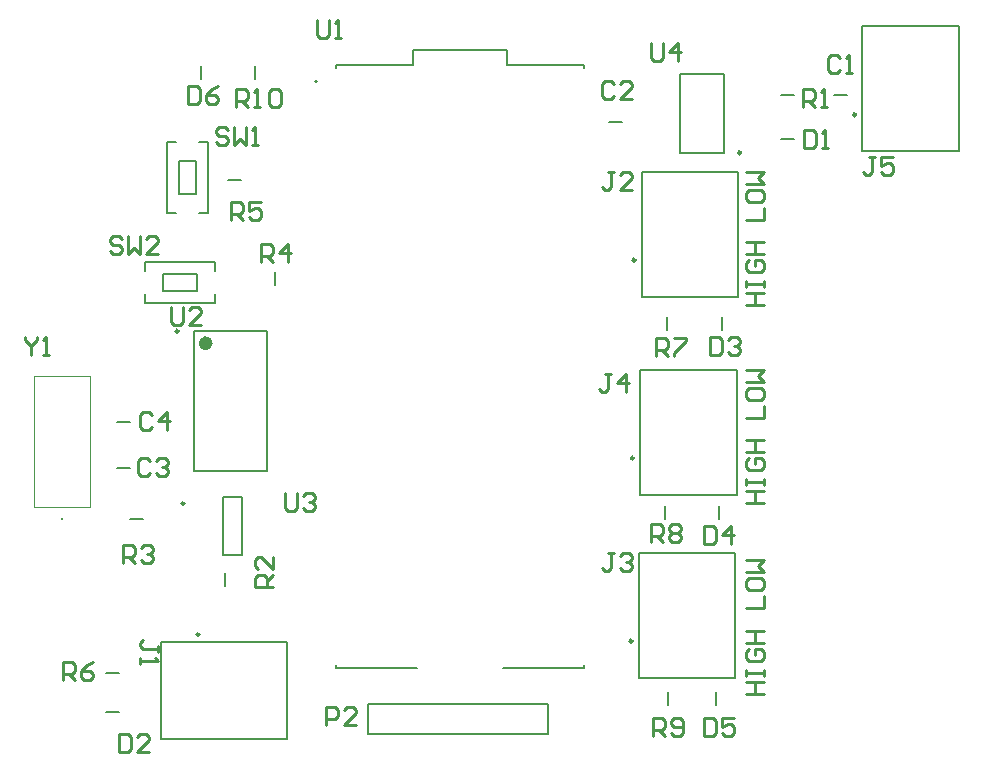
<source format=gto>
G04*
G04 #@! TF.GenerationSoftware,Altium Limited,Altium Designer,22.5.1 (42)*
G04*
G04 Layer_Color=65535*
%FSLAX25Y25*%
%MOIN*%
G70*
G04*
G04 #@! TF.SameCoordinates,2259C19E-8C9C-4015-8B10-9D1C86A6F0C8*
G04*
G04*
G04 #@! TF.FilePolarity,Positive*
G04*
G01*
G75*
%ADD10C,0.00787*%
%ADD11C,0.00984*%
%ADD12C,0.02362*%
%ADD13C,0.00500*%
%ADD14C,0.00394*%
%ADD15C,0.01000*%
D10*
X315201Y404500D02*
G03*
X315201Y404500I-394J0D01*
G01*
X230166Y258465D02*
G03*
X230166Y258858I0J197D01*
G01*
D02*
G03*
X230166Y258465I0J-197D01*
G01*
D02*
G03*
X230166Y258858I0J197D01*
G01*
X496858Y381295D02*
X529142D01*
X496858D02*
Y423028D01*
X529142D01*
Y381295D02*
Y423028D01*
X274079Y274772D02*
X298488D01*
X274079Y321228D02*
X298488D01*
Y274772D02*
Y321228D01*
X274079Y274772D02*
Y321228D01*
X301000Y336835D02*
Y341165D01*
X449150Y258835D02*
Y263165D01*
X431150Y258835D02*
Y263165D01*
X284500Y236335D02*
Y240665D01*
X423358Y332795D02*
X455642D01*
X423358D02*
Y374528D01*
X455642D01*
Y332795D02*
Y374528D01*
X432000Y196835D02*
Y201165D01*
X448000Y196835D02*
Y201165D01*
X422358Y205795D02*
X454642D01*
X422358D02*
Y247528D01*
X454642D01*
Y205795D02*
Y247528D01*
X283933Y246854D02*
Y266146D01*
Y246854D02*
X290067D01*
Y266146D01*
X283933D02*
X290067D01*
X252835Y258650D02*
X257165D01*
X431850Y321835D02*
Y326165D01*
X450000Y321835D02*
Y326165D01*
X422858Y266795D02*
X455142D01*
X422858D02*
Y308528D01*
X455142D01*
Y266795D02*
Y308528D01*
X244835Y207500D02*
X249165D01*
X244835Y194350D02*
X249165D01*
X263295Y185358D02*
Y217642D01*
X305028D01*
Y185358D02*
Y217642D01*
X263295Y185358D02*
X305028D01*
X332000Y187000D02*
Y197000D01*
X392000Y187000D02*
Y197000D01*
X332000Y187000D02*
X392000D01*
X332000Y197000D02*
X392000D01*
X248335Y275850D02*
X252665D01*
X248335Y291150D02*
X252665D01*
X294350Y405335D02*
Y409665D01*
X276500Y405335D02*
Y409665D01*
X285335Y371850D02*
X289665D01*
X412335Y391000D02*
X416665D01*
X436216Y407189D02*
X450783D01*
X436216Y380811D02*
X450783D01*
X436216D02*
Y407189D01*
X450783Y380811D02*
Y407189D01*
X487335Y400000D02*
X491665D01*
X469835Y385350D02*
X474165D01*
X469835Y400150D02*
X474165D01*
D11*
X494791Y393500D02*
G03*
X494791Y393500I-492J0D01*
G01*
X269059Y321346D02*
G03*
X269059Y321346I-492J0D01*
G01*
X421291Y345000D02*
G03*
X421291Y345000I-492J0D01*
G01*
X420291Y218000D02*
G03*
X420291Y218000I-492J0D01*
G01*
X270944Y263902D02*
G03*
X270944Y263902I-492J0D01*
G01*
X420791Y279000D02*
G03*
X420791Y279000I-492J0D01*
G01*
X275992Y220201D02*
G03*
X275992Y220201I-492J0D01*
G01*
X456492Y380811D02*
G03*
X456492Y380811I-492J0D01*
G01*
D12*
X279197Y317291D02*
G03*
X279197Y317291I-1181J0D01*
G01*
D13*
X378547Y409894D02*
X404138D01*
X378547D02*
Y415012D01*
X347051D02*
X378547D01*
X347051Y409894D02*
Y415012D01*
X321461Y409894D02*
X347051D01*
X377209Y209106D02*
X404138D01*
X321461D02*
X348390D01*
X404138D02*
Y210090D01*
Y408910D02*
Y409894D01*
X321461Y209106D02*
Y210090D01*
Y408910D02*
Y409894D01*
X281311Y344390D02*
X281311Y344390D01*
Y341437D02*
Y344390D01*
X281311Y333563D02*
X281311Y333563D01*
X281311Y330610D02*
Y333563D01*
X257689Y330610D02*
X257689Y330610D01*
X257689Y330610D02*
Y333563D01*
Y341437D02*
X257689Y341437D01*
Y344390D01*
X263988Y340453D02*
X275012D01*
Y334547D02*
Y340453D01*
X263988Y334547D02*
X275012D01*
X263988D02*
Y340453D01*
X257689Y344390D02*
X281311D01*
X257689Y330610D02*
X281311D01*
X265110Y384311D02*
X265110Y384311D01*
X268063D01*
X275937D02*
X275937Y384311D01*
X278890D01*
X278890Y360689D02*
X278890Y360689D01*
X275937Y360689D02*
X278890D01*
X268063Y360689D02*
X268063Y360689D01*
X265110Y360689D02*
X268063D01*
X269047Y366988D02*
Y378012D01*
X274953D01*
Y366988D02*
Y378012D01*
X269047Y366988D02*
X274953D01*
X265110Y360689D02*
Y384311D01*
X278890Y360689D02*
Y384311D01*
D14*
X220914Y262854D02*
Y306358D01*
X239418D01*
Y262854D02*
Y306358D01*
X220914Y262854D02*
X239418D01*
D15*
X458002Y330000D02*
X464000D01*
X461001D01*
Y333999D01*
X458002D01*
X464000D01*
X458002Y335998D02*
Y337997D01*
Y336998D01*
X464000D01*
Y335998D01*
Y337997D01*
X459002Y344995D02*
X458002Y343995D01*
Y341996D01*
X459002Y340996D01*
X463000D01*
X464000Y341996D01*
Y343995D01*
X463000Y344995D01*
X461001D01*
Y342996D01*
X458002Y346994D02*
X464000D01*
X461001D01*
Y350993D01*
X458002D01*
X464000D01*
X458002Y358500D02*
X464000D01*
Y362499D01*
X458002Y367497D02*
Y365498D01*
X459002Y364498D01*
X463000D01*
X464000Y365498D01*
Y367497D01*
X463000Y368497D01*
X459002D01*
X458002Y367497D01*
Y370496D02*
X464000D01*
X462001Y372496D01*
X464000Y374495D01*
X458002D01*
Y264000D02*
X464000D01*
X461001D01*
Y267999D01*
X458002D01*
X464000D01*
X458002Y269998D02*
Y271997D01*
Y270998D01*
X464000D01*
Y269998D01*
Y271997D01*
X459002Y278995D02*
X458002Y277995D01*
Y275996D01*
X459002Y274996D01*
X463000D01*
X464000Y275996D01*
Y277995D01*
X463000Y278995D01*
X461001D01*
Y276996D01*
X458002Y280995D02*
X464000D01*
X461001D01*
Y284993D01*
X458002D01*
X464000D01*
X458002Y292500D02*
X464000D01*
Y296499D01*
X458002Y301497D02*
Y299498D01*
X459002Y298498D01*
X463000D01*
X464000Y299498D01*
Y301497D01*
X463000Y302497D01*
X459002D01*
X458002Y301497D01*
Y304496D02*
X464000D01*
X462001Y306495D01*
X464000Y308495D01*
X458002D01*
Y229000D02*
X464000D01*
Y232999D01*
X458002Y237997D02*
Y235998D01*
X459002Y234998D01*
X463000D01*
X464000Y235998D01*
Y237997D01*
X463000Y238997D01*
X459002D01*
X458002Y237997D01*
Y240996D02*
X464000D01*
X462001Y242996D01*
X464000Y244995D01*
X458002D01*
Y200500D02*
X464000D01*
X461001D01*
Y204499D01*
X458002D01*
X464000D01*
X458002Y206498D02*
Y208497D01*
Y207498D01*
X464000D01*
Y206498D01*
Y208497D01*
X459002Y215495D02*
X458002Y214495D01*
Y212496D01*
X459002Y211496D01*
X463000D01*
X464000Y212496D01*
Y214495D01*
X463000Y215495D01*
X461001D01*
Y213496D01*
X458002Y217495D02*
X464000D01*
X461001D01*
Y221493D01*
X458002D01*
X464000D01*
X217800Y319498D02*
Y318498D01*
X219799Y316499D01*
X221799Y318498D01*
Y319498D01*
X219799Y316499D02*
Y313500D01*
X223798D02*
X225797D01*
X224798D01*
Y319498D01*
X223798Y318498D01*
X426502Y417499D02*
Y412501D01*
X427501Y411501D01*
X429501D01*
X430500Y412501D01*
Y417499D01*
X435499Y411501D02*
Y417499D01*
X432500Y414500D01*
X436498D01*
X304502Y267499D02*
Y262501D01*
X305501Y261501D01*
X307501D01*
X308500Y262501D01*
Y267499D01*
X310500Y266499D02*
X311499Y267499D01*
X313499D01*
X314498Y266499D01*
Y265500D01*
X313499Y264500D01*
X312499D01*
X313499D01*
X314498Y263500D01*
Y262501D01*
X313499Y261501D01*
X311499D01*
X310500Y262501D01*
X266502Y329499D02*
Y324501D01*
X267501Y323501D01*
X269501D01*
X270500Y324501D01*
Y329499D01*
X276498Y323501D02*
X272500D01*
X276498Y327500D01*
Y328499D01*
X275499Y329499D01*
X273499D01*
X272500Y328499D01*
X315000Y425098D02*
Y420100D01*
X316000Y419100D01*
X317999D01*
X318999Y420100D01*
Y425098D01*
X320998Y419100D02*
X322997D01*
X321998D01*
Y425098D01*
X320998Y424098D01*
X250001Y351999D02*
X249002Y352999D01*
X247002D01*
X246003Y351999D01*
Y351000D01*
X247002Y350000D01*
X249002D01*
X250001Y349000D01*
Y348001D01*
X249002Y347001D01*
X247002D01*
X246003Y348001D01*
X252001Y352999D02*
Y347001D01*
X254000Y349000D01*
X255999Y347001D01*
Y352999D01*
X261997Y347001D02*
X257999D01*
X261997Y351000D01*
Y351999D01*
X260998Y352999D01*
X258998D01*
X257999Y351999D01*
X285501Y388499D02*
X284501Y389499D01*
X282502D01*
X281502Y388499D01*
Y387500D01*
X282502Y386500D01*
X284501D01*
X285501Y385500D01*
Y384501D01*
X284501Y383501D01*
X282502D01*
X281502Y384501D01*
X287500Y389499D02*
Y383501D01*
X289500Y385500D01*
X291499Y383501D01*
Y389499D01*
X293498Y383501D02*
X295498D01*
X294498D01*
Y389499D01*
X293498Y388499D01*
X288002Y396001D02*
Y401999D01*
X291002D01*
X292001Y400999D01*
Y399000D01*
X291002Y398000D01*
X288002D01*
X290002D02*
X292001Y396001D01*
X294001D02*
X296000D01*
X295000D01*
Y401999D01*
X294001Y400999D01*
X298999D02*
X299998Y401999D01*
X301998D01*
X302998Y400999D01*
Y397001D01*
X301998Y396001D01*
X299998D01*
X298999Y397001D01*
Y400999D01*
X427002Y186501D02*
Y192499D01*
X430001D01*
X431000Y191499D01*
Y189500D01*
X430001Y188500D01*
X427002D01*
X429001D02*
X431000Y186501D01*
X433000Y187501D02*
X433999Y186501D01*
X435999D01*
X436998Y187501D01*
Y191499D01*
X435999Y192499D01*
X433999D01*
X433000Y191499D01*
Y190500D01*
X433999Y189500D01*
X436998D01*
X426502Y251001D02*
Y256999D01*
X429501D01*
X430500Y255999D01*
Y254000D01*
X429501Y253000D01*
X426502D01*
X428501D02*
X430500Y251001D01*
X432500Y255999D02*
X433499Y256999D01*
X435499D01*
X436498Y255999D01*
Y255000D01*
X435499Y254000D01*
X436498Y253000D01*
Y252001D01*
X435499Y251001D01*
X433499D01*
X432500Y252001D01*
Y253000D01*
X433499Y254000D01*
X432500Y255000D01*
Y255999D01*
X433499Y254000D02*
X435499D01*
X428002Y313001D02*
Y318999D01*
X431001D01*
X432000Y317999D01*
Y316000D01*
X431001Y315000D01*
X428002D01*
X430001D02*
X432000Y313001D01*
X434000Y318999D02*
X437998D01*
Y317999D01*
X434000Y314001D01*
Y313001D01*
X230502Y205001D02*
Y210999D01*
X233501D01*
X234500Y209999D01*
Y208000D01*
X233501Y207000D01*
X230502D01*
X232501D02*
X234500Y205001D01*
X240498Y210999D02*
X238499Y209999D01*
X236500Y208000D01*
Y206001D01*
X237499Y205001D01*
X239499D01*
X240498Y206001D01*
Y207000D01*
X239499Y208000D01*
X236500D01*
X286502Y358501D02*
Y364499D01*
X289501D01*
X290500Y363499D01*
Y361500D01*
X289501Y360500D01*
X286502D01*
X288501D02*
X290500Y358501D01*
X296498Y364499D02*
X292500D01*
Y361500D01*
X294499Y362500D01*
X295499D01*
X296498Y361500D01*
Y359501D01*
X295499Y358501D01*
X293499D01*
X292500Y359501D01*
X296502Y344501D02*
Y350499D01*
X299501D01*
X300500Y349499D01*
Y347500D01*
X299501Y346500D01*
X296502D01*
X298501D02*
X300500Y344501D01*
X305499D02*
Y350499D01*
X302500Y347500D01*
X306498D01*
X250502Y244151D02*
Y250149D01*
X253501D01*
X254500Y249149D01*
Y247150D01*
X253501Y246150D01*
X250502D01*
X252501D02*
X254500Y244151D01*
X256500Y249149D02*
X257499Y250149D01*
X259499D01*
X260498Y249149D01*
Y248149D01*
X259499Y247150D01*
X258499D01*
X259499D01*
X260498Y246150D01*
Y245150D01*
X259499Y244151D01*
X257499D01*
X256500Y245150D01*
X300499Y236002D02*
X294501D01*
Y239001D01*
X295501Y240000D01*
X297500D01*
X298500Y239001D01*
Y236002D01*
Y238001D02*
X300499Y240000D01*
Y245998D02*
Y242000D01*
X296500Y245998D01*
X295501D01*
X294501Y244999D01*
Y242999D01*
X295501Y242000D01*
X477001Y396001D02*
Y401999D01*
X480000D01*
X481000Y400999D01*
Y399000D01*
X480000Y398000D01*
X477001D01*
X479001D02*
X481000Y396001D01*
X482999D02*
X484999D01*
X483999D01*
Y401999D01*
X482999Y400999D01*
X318002Y190001D02*
Y195999D01*
X321001D01*
X322000Y194999D01*
Y193000D01*
X321001Y192000D01*
X318002D01*
X327998Y190001D02*
X324000D01*
X327998Y194000D01*
Y194999D01*
X326999Y195999D01*
X324999D01*
X324000Y194999D01*
X501000Y379342D02*
X499001D01*
X500001D01*
Y374343D01*
X499001Y373343D01*
X498001D01*
X497002Y374343D01*
X506998Y379342D02*
X503000D01*
Y376343D01*
X504999Y377342D01*
X505999D01*
X506998Y376343D01*
Y374343D01*
X505999Y373343D01*
X503999D01*
X503000Y374343D01*
X413000Y306999D02*
X411001D01*
X412001D01*
Y302001D01*
X411001Y301001D01*
X410001D01*
X409002Y302001D01*
X417999Y301001D02*
Y306999D01*
X415000Y304000D01*
X418998D01*
X414000Y247499D02*
X412001D01*
X413001D01*
Y242501D01*
X412001Y241501D01*
X411001D01*
X410002Y242501D01*
X416000Y246499D02*
X416999Y247499D01*
X418999D01*
X419998Y246499D01*
Y245500D01*
X418999Y244500D01*
X417999D01*
X418999D01*
X419998Y243500D01*
Y242501D01*
X418999Y241501D01*
X416999D01*
X416000Y242501D01*
X414000Y374499D02*
X412001D01*
X413001D01*
Y369501D01*
X412001Y368501D01*
X411001D01*
X410002Y369501D01*
X419998Y368501D02*
X416000D01*
X419998Y372500D01*
Y373499D01*
X418999Y374499D01*
X416999D01*
X416000Y373499D01*
X261999Y214500D02*
Y216499D01*
Y215500D01*
X257001D01*
X256001Y216499D01*
Y217499D01*
X257001Y218499D01*
X256001Y212501D02*
Y210501D01*
Y211501D01*
X261999D01*
X260999Y212501D01*
X272002Y402999D02*
Y397001D01*
X275001D01*
X276000Y398001D01*
Y401999D01*
X275001Y402999D01*
X272002D01*
X281998D02*
X279999Y401999D01*
X278000Y400000D01*
Y398001D01*
X278999Y397001D01*
X280999D01*
X281998Y398001D01*
Y399000D01*
X280999Y400000D01*
X278000D01*
X444002Y192499D02*
Y186501D01*
X447001D01*
X448000Y187501D01*
Y191499D01*
X447001Y192499D01*
X444002D01*
X453998D02*
X450000D01*
Y189500D01*
X451999Y190500D01*
X452999D01*
X453998Y189500D01*
Y187501D01*
X452999Y186501D01*
X450999D01*
X450000Y187501D01*
X444002Y256499D02*
Y250501D01*
X447001D01*
X448000Y251501D01*
Y255499D01*
X447001Y256499D01*
X444002D01*
X452999Y250501D02*
Y256499D01*
X450000Y253500D01*
X453998D01*
X446002Y319499D02*
Y313501D01*
X449001D01*
X450000Y314501D01*
Y318499D01*
X449001Y319499D01*
X446002D01*
X452000Y318499D02*
X452999Y319499D01*
X454999D01*
X455998Y318499D01*
Y317500D01*
X454999Y316500D01*
X453999D01*
X454999D01*
X455998Y315500D01*
Y314501D01*
X454999Y313501D01*
X452999D01*
X452000Y314501D01*
X249002Y186999D02*
Y181001D01*
X252001D01*
X253000Y182001D01*
Y185999D01*
X252001Y186999D01*
X249002D01*
X258998Y181001D02*
X255000D01*
X258998Y185000D01*
Y185999D01*
X257999Y186999D01*
X255999D01*
X255000Y185999D01*
X477501Y388349D02*
Y382351D01*
X480500D01*
X481500Y383351D01*
Y387350D01*
X480500Y388349D01*
X477501D01*
X483499Y382351D02*
X485499D01*
X484499D01*
Y388349D01*
X483499Y387350D01*
X260000Y293499D02*
X259001Y294499D01*
X257001D01*
X256002Y293499D01*
Y289501D01*
X257001Y288501D01*
X259001D01*
X260000Y289501D01*
X264999Y288501D02*
Y294499D01*
X262000Y291500D01*
X265998D01*
X259500Y277999D02*
X258501Y278999D01*
X256501D01*
X255502Y277999D01*
Y274001D01*
X256501Y273001D01*
X258501D01*
X259500Y274001D01*
X261500Y277999D02*
X262499Y278999D01*
X264499D01*
X265498Y277999D01*
Y277000D01*
X264499Y276000D01*
X263499D01*
X264499D01*
X265498Y275000D01*
Y274001D01*
X264499Y273001D01*
X262499D01*
X261500Y274001D01*
X414000Y403649D02*
X413001Y404649D01*
X411001D01*
X410002Y403649D01*
Y399650D01*
X411001Y398651D01*
X413001D01*
X414000Y399650D01*
X419998Y398651D02*
X416000D01*
X419998Y402649D01*
Y403649D01*
X418999Y404649D01*
X416999D01*
X416000Y403649D01*
X489500Y412499D02*
X488500Y413499D01*
X486501D01*
X485501Y412499D01*
Y408501D01*
X486501Y407501D01*
X488500D01*
X489500Y408501D01*
X491499Y407501D02*
X493499D01*
X492499D01*
Y413499D01*
X491499Y412499D01*
M02*

</source>
